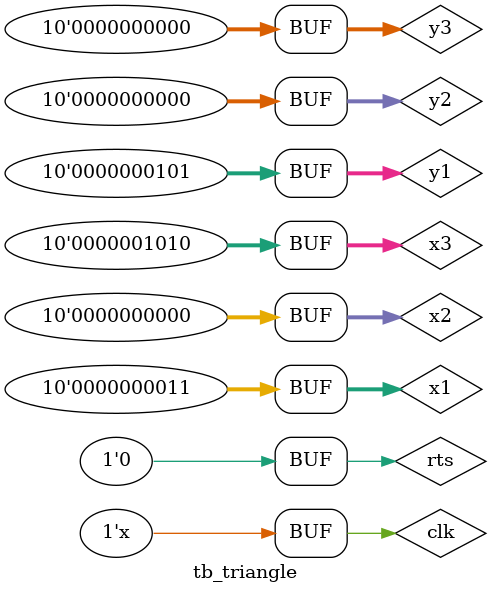
<source format=v>
`timescale 1ns / 1ps


module tb_triangle;
reg [9:0] x1;
reg [9:0] x2;
reg [9:0] x3;
reg [9:0] y1;
reg [9:0] y2;
reg [9:0] y3;
reg clk;
reg rts;
wire rtr;
wire [9:0]x_out;
wire [9:0]y_out;


drawTriangle TEST(
clk,
x1,
x2,
x3,
y1,
y2,
y3,
x_out,
y_out,
rtr,
rts
);


initial
begin
    clk = 0;
    #3;
    rts <= 1;
    x1 <= 3;
    y1 <= 5;
    x2 <= 0;
    y2 <= 0;
    x3 <= 10;
    y3 <= 0;
    #2;
    rts <= 0;
end
always #1 clk = ~clk;

endmodule
</source>
